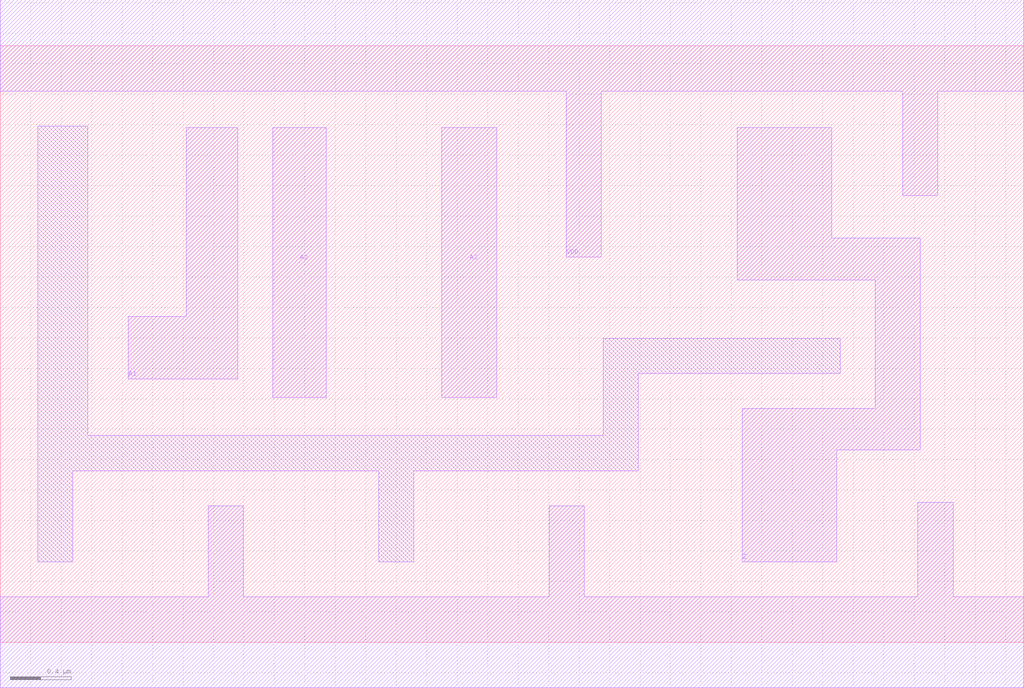
<source format=lef>
# Copyright 2022 GlobalFoundries PDK Authors
#
# Licensed under the Apache License, Version 2.0 (the "License");
# you may not use this file except in compliance with the License.
# You may obtain a copy of the License at
#
#      http://www.apache.org/licenses/LICENSE-2.0
#
# Unless required by applicable law or agreed to in writing, software
# distributed under the License is distributed on an "AS IS" BASIS,
# WITHOUT WARRANTIES OR CONDITIONS OF ANY KIND, either express or implied.
# See the License for the specific language governing permissions and
# limitations under the License.

MACRO gf180mcu_fd_sc_mcu7t5v0__or3_2
  CLASS core ;
  FOREIGN gf180mcu_fd_sc_mcu7t5v0__or3_2 0.0 0.0 ;
  ORIGIN 0 0 ;
  SYMMETRY X Y ;
  SITE GF018hv5v_mcu_sc7 ;
  SIZE 6.72 BY 3.92 ;
  PIN A1
    DIRECTION INPUT ;
    ANTENNAGATEAREA 1.009 ;
    PORT
      LAYER METAL1 ;
        POLYGON 0.84 1.73 1.56 1.73 1.56 3.38 1.22 3.38 1.22 2.14 0.84 2.14  ;
    END
  END A1
  PIN A2
    DIRECTION INPUT ;
    ANTENNAGATEAREA 1.009 ;
    PORT
      LAYER METAL1 ;
        POLYGON 1.79 1.61 2.14 1.61 2.14 3.38 1.79 3.38  ;
    END
  END A2
  PIN A3
    DIRECTION INPUT ;
    ANTENNAGATEAREA 1.009 ;
    PORT
      LAYER METAL1 ;
        POLYGON 2.9 1.61 3.26 1.61 3.26 3.38 2.9 3.38  ;
    END
  END A3
  PIN Z
    DIRECTION OUTPUT ;
    ANTENNADIFFAREA 1.1828 ;
    PORT
      LAYER METAL1 ;
        POLYGON 4.84 2.38 5.515 2.38 5.745 2.38 5.745 1.535 4.87 1.535 4.87 0.53 5.49 0.53 5.49 1.265 6.04 1.265 6.04 2.655 5.515 2.655 5.46 2.655 5.46 3.38 4.84 3.38  ;
    END
  END Z
  PIN VDD
    DIRECTION INOUT ;
    USE power ;
    SHAPE ABUTMENT ;
    PORT
      LAYER METAL1 ;
        POLYGON 0 3.62 3.715 3.62 3.715 2.53 3.945 2.53 3.945 3.62 5.515 3.62 5.925 3.62 5.925 2.935 6.155 2.935 6.155 3.62 6.72 3.62 6.72 4.22 5.515 4.22 0 4.22  ;
    END
  END VDD
  PIN VSS
    DIRECTION INOUT ;
    USE ground ;
    SHAPE ABUTMENT ;
    PORT
      LAYER METAL1 ;
        POLYGON 0 -0.3 6.72 -0.3 6.72 0.3 6.255 0.3 6.255 0.92 6.025 0.92 6.025 0.3 3.835 0.3 3.835 0.895 3.605 0.895 3.605 0.3 1.595 0.3 1.595 0.895 1.365 0.895 1.365 0.3 0 0.3  ;
    END
  END VSS
  OBS
      LAYER METAL1 ;
        POLYGON 0.245 0.53 0.475 0.53 0.475 1.125 2.485 1.125 2.485 0.53 2.715 0.53 2.715 1.125 4.19 1.125 4.19 1.765 5.515 1.765 5.515 1.995 3.96 1.995 3.96 1.36 0.575 1.36 0.575 3.39 0.245 3.39  ;
  END
END gf180mcu_fd_sc_mcu7t5v0__or3_2

</source>
